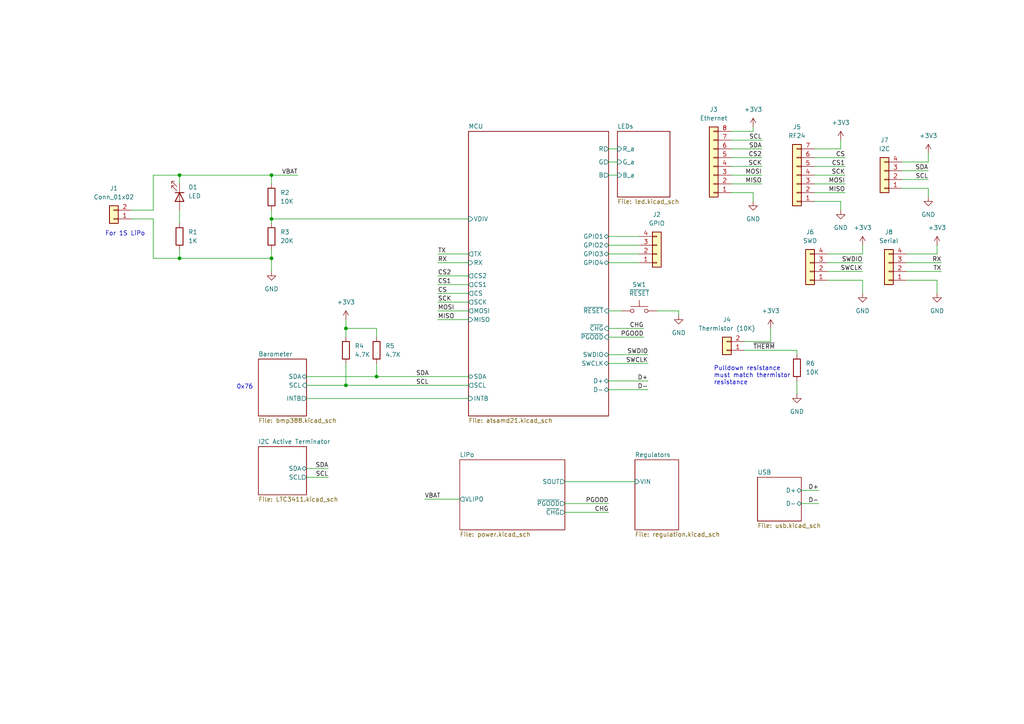
<source format=kicad_sch>
(kicad_sch (version 20211123) (generator eeschema)
  (paper "A4")
  (lib_symbols
    (symbol "Conn_01x02_1" (pin_names (offset 1.016) hide)
      (property "Reference" "J1" (at 0 -8.89 0))
      (property "Value" "Conn_01x02" (at 0 -6.35 0))
      (symbol "Conn_01x02_1_1_1"
        (rectangle (start -1.27 -2.413) (end 0 -2.667) (stroke (width 0.1524)))
        (rectangle (start -1.27 0.127) (end 0 -0.127) (stroke (width 0.1524)))
        (rectangle (start -1.27 1.27) (end 1.27 -3.81) (stroke (width 0.254)) (fill (type background)))
        (pin unspecified line (at -5.08 0 0) (length 3.81) (name "Pin_1") (number "1"))
        (pin unspecified line (at -5.08 -2.54 0) (length 3.81) (name "Pin_2") (number "2"))
      )
    )
    (symbol "Connector_Generic:Conn_01x02" (pin_names (offset 1.016) hide)
      (property "Reference" "J" (at 0 2.54 0))
      (property "Value" "Conn_01x02" (at 0 -5.08 0))
      (symbol "Conn_01x02_1_1"
        (rectangle (start -1.27 -2.413) (end 0 -2.667) (stroke (width 0.1524)))
        (rectangle (start -1.27 0.127) (end 0 -0.127) (stroke (width 0.1524)))
        (rectangle (start -1.27 1.27) (end 1.27 -3.81) (stroke (width 0.254)) (fill (type background)))
        (pin passive line (at -5.08 0 0) (length 3.81) (name "Pin_1") (number "1"))
        (pin passive line (at -5.08 -2.54 0) (length 3.81) (name "Pin_2") (number "2"))
      )
    )
    (symbol "Connector_Generic:Conn_01x04" (pin_names (offset 1.016) hide)
      (property "Reference" "J" (at 0 5.08 0))
      (property "Value" "Conn_01x04" (at 0 -7.62 0))
      (symbol "Conn_01x04_1_1"
        (rectangle (start -1.27 -4.953) (end 0 -5.207) (stroke (width 0.1524)))
        (rectangle (start -1.27 -2.413) (end 0 -2.667) (stroke (width 0.1524)))
        (rectangle (start -1.27 0.127) (end 0 -0.127) (stroke (width 0.1524)))
        (rectangle (start -1.27 2.667) (end 0 2.413) (stroke (width 0.1524)))
        (rectangle (start -1.27 3.81) (end 1.27 -6.35) (stroke (width 0.254)) (fill (type background)))
        (pin passive line (at -5.08 2.54 0) (length 3.81) (name "Pin_1") (number "1"))
        (pin passive line (at -5.08 0 0) (length 3.81) (name "Pin_2") (number "2"))
        (pin passive line (at -5.08 -2.54 0) (length 3.81) (name "Pin_3") (number "3"))
        (pin passive line (at -5.08 -5.08 0) (length 3.81) (name "Pin_4") (number "4"))
      )
    )
    (symbol "Connector_Generic:Conn_01x07" (pin_names (offset 1.016) hide)
      (property "Reference" "J" (at 0 10.16 0))
      (property "Value" "Conn_01x07" (at 0 -10.16 0))
      (symbol "Conn_01x07_1_1"
        (rectangle (start -1.27 -7.493) (end 0 -7.747) (stroke (width 0.1524)))
        (rectangle (start -1.27 -4.953) (end 0 -5.207) (stroke (width 0.1524)))
        (rectangle (start -1.27 -2.413) (end 0 -2.667) (stroke (width 0.1524)))
        (rectangle (start -1.27 0.127) (end 0 -0.127) (stroke (width 0.1524)))
        (rectangle (start -1.27 2.667) (end 0 2.413) (stroke (width 0.1524)))
        (rectangle (start -1.27 5.207) (end 0 4.953) (stroke (width 0.1524)))
        (rectangle (start -1.27 7.747) (end 0 7.493) (stroke (width 0.1524)))
        (rectangle (start -1.27 8.89) (end 1.27 -8.89) (stroke (width 0.254)) (fill (type background)))
        (pin passive line (at -5.08 7.62 0) (length 3.81) (name "Pin_1") (number "1"))
        (pin passive line (at -5.08 5.08 0) (length 3.81) (name "Pin_2") (number "2"))
        (pin passive line (at -5.08 2.54 0) (length 3.81) (name "Pin_3") (number "3"))
        (pin passive line (at -5.08 0 0) (length 3.81) (name "Pin_4") (number "4"))
        (pin passive line (at -5.08 -2.54 0) (length 3.81) (name "Pin_5") (number "5"))
        (pin passive line (at -5.08 -5.08 0) (length 3.81) (name "Pin_6") (number "6"))
        (pin passive line (at -5.08 -7.62 0) (length 3.81) (name "Pin_7") (number "7"))
      )
    )
    (symbol "Connector_Generic:Conn_01x08" (pin_names (offset 1.016) hide)
      (property "Reference" "J" (at 0 10.16 0))
      (property "Value" "Conn_01x08" (at 0 -12.7 0))
      (symbol "Conn_01x08_1_1"
        (rectangle (start -1.27 -10.033) (end 0 -10.287) (stroke (width 0.1524)))
        (rectangle (start -1.27 -7.493) (end 0 -7.747) (stroke (width 0.1524)))
        (rectangle (start -1.27 -4.953) (end 0 -5.207) (stroke (width 0.1524)))
        (rectangle (start -1.27 -2.413) (end 0 -2.667) (stroke (width 0.1524)))
        (rectangle (start -1.27 0.127) (end 0 -0.127) (stroke (width 0.1524)))
        (rectangle (start -1.27 2.667) (end 0 2.413) (stroke (width 0.1524)))
        (rectangle (start -1.27 5.207) (end 0 4.953) (stroke (width 0.1524)))
        (rectangle (start -1.27 7.747) (end 0 7.493) (stroke (width 0.1524)))
        (rectangle (start -1.27 8.89) (end 1.27 -11.43) (stroke (width 0.254)) (fill (type background)))
        (pin passive line (at -5.08 7.62 0) (length 3.81) (name "Pin_1") (number "1"))
        (pin passive line (at -5.08 5.08 0) (length 3.81) (name "Pin_2") (number "2"))
        (pin passive line (at -5.08 2.54 0) (length 3.81) (name "Pin_3") (number "3"))
        (pin passive line (at -5.08 0 0) (length 3.81) (name "Pin_4") (number "4"))
        (pin passive line (at -5.08 -2.54 0) (length 3.81) (name "Pin_5") (number "5"))
        (pin passive line (at -5.08 -5.08 0) (length 3.81) (name "Pin_6") (number "6"))
        (pin passive line (at -5.08 -7.62 0) (length 3.81) (name "Pin_7") (number "7"))
        (pin passive line (at -5.08 -10.16 0) (length 3.81) (name "Pin_8") (number "8"))
      )
    )
    (symbol "Device:LED" (pin_numbers hide) (pin_names (offset 1.016) hide)
      (property "Reference" "D" (at 0 2.54 0))
      (property "Value" "LED" (at 0 -2.54 0))
      (symbol "LED_0_1"
        (polyline (pts (xy -1.27 -1.27) (xy -1.27 1.27)) (stroke (width 0.254)))
        (polyline (pts (xy -1.27 0) (xy 1.27 0)))
        (polyline (pts (xy 1.27 -1.27) (xy 1.27 1.27) (xy -1.27 0) (xy 1.27 -1.27)) (stroke (width 0.254)))
        (polyline (pts (xy -3.048 -0.762) (xy -4.572 -2.286) (xy -3.81 -2.286) (xy -4.572 -2.286) (xy -4.572 -1.524)))
        (polyline (pts (xy -1.778 -0.762) (xy -3.302 -2.286) (xy -2.54 -2.286) (xy -3.302 -2.286) (xy -3.302 -1.524)))
      )
      (symbol "LED_1_1"
        (pin passive line (at -3.81 0 0) (length 2.54) (name "K") (number "1"))
        (pin passive line (at 3.81 0 180) (length 2.54) (name "A") (number "2"))
      )
    )
    (symbol "Device:R" (pin_numbers hide) (pin_names (offset 0))
      (property "Reference" "R" (at 2.032 0 90))
      (property "Value" "R" (at 0 0 90))
      (symbol "R_0_1"
        (rectangle (start -1.016 -2.54) (end 1.016 2.54) (stroke (width 0.254)))
      )
      (symbol "R_1_1"
        (pin passive line (at 0 3.81 270) (length 1.27) (name "~") (number "1"))
        (pin passive line (at 0 -3.81 90) (length 1.27) (name "~") (number "2"))
      )
    )
    (symbol "Switch:SW_Push" (pin_numbers hide) (pin_names (offset 1.016) hide)
      (property "Reference" "SW" (at 1.27 2.54 0))
      (property "Value" "SW_Push" (at 0 -1.524 0))
      (symbol "SW_Push_0_1"
        (circle (center -2.032 0) (radius 0.508))
        (polyline (pts (xy 0 1.27) (xy 0 3.048)))
        (polyline (pts (xy 2.54 1.27) (xy -2.54 1.27)))
        (circle (center 2.032 0) (radius 0.508))
        (pin passive line (at -5.08 0 0) (length 2.54) (name "1") (number "1"))
        (pin passive line (at 5.08 0 180) (length 2.54) (name "2") (number "2"))
      )
    )
    (symbol "power:+3.3V" (power) (pin_names (offset 0))
      (property "Value" "+3.3V" (at 0 3.556 0))
      (symbol "+3.3V_0_1"
        (polyline (pts (xy -0.762 1.27) (xy 0 2.54)))
        (polyline (pts (xy 0 0) (xy 0 2.54)))
        (polyline (pts (xy 0 2.54) (xy 0.762 1.27)))
      )
      (symbol "+3.3V_1_1"
        (pin power_in line (at 0 0 90) (length 0) hide (name "+3V3") (number "1"))
      )
    )
    (symbol "power:GND" (power) (pin_names (offset 0))
      (property "Value" "GND" (at 0 -3.81 0))
      (symbol "GND_0_1"
        (polyline (pts (xy 0 0) (xy 0 -1.27) (xy 1.27 -1.27) (xy 0 -2.54) (xy -1.27 -1.27) (xy 0 -1.27)))
      )
      (symbol "GND_1_1"
        (pin power_in line (at 0 0 270) (length 0) hide (name "GND") (number "1"))
      )
    )
  )
  (junction (at 100.33 95.25))
  (junction (at 78.74 63.5))
  (junction (at 109.22 109.22))
  (junction (at 52.07 74.93))
  (junction (at 100.33 111.76))
  (junction (at 78.74 50.8))
  (junction (at 78.74 74.93))
  (junction (at 52.07 50.8))
  (wire (pts (xy 176.53 110.49) (xy 187.96 110.49)))
  (wire (pts (xy 176.53 73.66) (xy 185.42 73.66)))
  (wire (pts (xy 88.9 135.89) (xy 95.25 135.89)))
  (wire (pts (xy 127 80.01) (xy 135.89 80.01)))
  (wire (pts (xy 190.5 90.17) (xy 196.85 90.17)))
  (wire (pts (xy 88.9 109.22) (xy 109.22 109.22)))
  (wire (pts (xy 52.07 60.96) (xy 52.07 64.77)))
  (wire (pts (xy 231.14 110.49) (xy 231.14 114.3)))
  (wire (pts (xy 269.24 46.99) (xy 261.62 46.99)))
  (wire (pts (xy 100.33 92.71) (xy 100.33 95.25)))
  (wire (pts (xy 176.53 97.79) (xy 186.69 97.79)))
  (wire (pts (xy 250.19 71.12) (xy 250.19 73.66)))
  (wire (pts (xy 109.22 105.41) (xy 109.22 109.22)))
  (wire (pts (xy 127 92.71) (xy 135.89 92.71)))
  (wire (pts (xy 127 90.17) (xy 135.89 90.17)))
  (wire (pts (xy 212.09 45.72) (xy 220.98 45.72)))
  (wire (pts (xy 243.84 60.96) (xy 243.84 58.42)))
  (wire (pts (xy 261.62 52.07) (xy 269.24 52.07)))
  (wire (pts (xy 78.74 50.8) (xy 78.74 53.34)))
  (wire (pts (xy 127 85.09) (xy 135.89 85.09)))
  (wire (pts (xy 52.07 72.39) (xy 52.07 74.93)))
  (wire (pts (xy 78.74 63.5) (xy 135.89 63.5)))
  (wire (pts (xy 236.22 55.88) (xy 245.11 55.88)))
  (wire (pts (xy 176.53 113.03) (xy 187.96 113.03)))
  (wire (pts (xy 212.09 53.34) (xy 220.98 53.34)))
  (wire (pts (xy 109.22 97.79) (xy 109.22 95.25)))
  (wire (pts (xy 176.53 95.25) (xy 186.69 95.25)))
  (wire (pts (xy 223.52 95.25) (xy 223.52 99.06)))
  (wire (pts (xy 243.84 43.18) (xy 236.22 43.18)))
  (wire (pts (xy 262.89 76.2) (xy 273.05 76.2)))
  (wire (pts (xy 88.9 115.57) (xy 135.89 115.57)))
  (wire (pts (xy 78.74 63.5) (xy 78.74 64.77)))
  (wire (pts (xy 38.1 63.5) (xy 44.45 63.5)))
  (wire (pts (xy 100.33 111.76) (xy 135.89 111.76)))
  (wire (pts (xy 271.78 85.09) (xy 271.78 81.28)))
  (wire (pts (xy 176.53 76.2) (xy 185.42 76.2)))
  (wire (pts (xy 212.09 50.8) (xy 220.98 50.8)))
  (wire (pts (xy 127 87.63) (xy 135.89 87.63)))
  (wire (pts (xy 215.9 101.6) (xy 231.14 101.6)))
  (wire (pts (xy 127 82.55) (xy 135.89 82.55)))
  (wire (pts (xy 243.84 40.64) (xy 243.84 43.18)))
  (wire (pts (xy 88.9 138.43) (xy 95.25 138.43)))
  (wire (pts (xy 262.89 78.74) (xy 273.05 78.74)))
  (wire (pts (xy 236.22 48.26) (xy 245.11 48.26)))
  (wire (pts (xy 236.22 50.8) (xy 245.11 50.8)))
  (wire (pts (xy 176.53 46.99) (xy 179.07 46.99)))
  (wire (pts (xy 212.09 48.26) (xy 220.98 48.26)))
  (wire (pts (xy 243.84 58.42) (xy 236.22 58.42)))
  (wire (pts (xy 163.83 139.7) (xy 184.15 139.7)))
  (wire (pts (xy 176.53 105.41) (xy 187.96 105.41)))
  (wire (pts (xy 218.44 55.88) (xy 212.09 55.88)))
  (wire (pts (xy 176.53 50.8) (xy 179.07 50.8)))
  (wire (pts (xy 127 76.2) (xy 135.89 76.2)))
  (wire (pts (xy 269.24 44.45) (xy 269.24 46.99)))
  (wire (pts (xy 100.33 105.41) (xy 100.33 111.76)))
  (wire (pts (xy 271.78 81.28) (xy 262.89 81.28)))
  (wire (pts (xy 100.33 95.25) (xy 109.22 95.25)))
  (wire (pts (xy 240.03 81.28) (xy 250.19 81.28)))
  (wire (pts (xy 269.24 57.15) (xy 269.24 54.61)))
  (wire (pts (xy 78.74 72.39) (xy 78.74 74.93)))
  (wire (pts (xy 223.52 99.06) (xy 215.9 99.06)))
  (wire (pts (xy 271.78 71.12) (xy 271.78 73.66)))
  (wire (pts (xy 44.45 74.93) (xy 52.07 74.93)))
  (wire (pts (xy 212.09 40.64) (xy 220.98 40.64)))
  (wire (pts (xy 236.22 53.34) (xy 245.11 53.34)))
  (wire (pts (xy 100.33 95.25) (xy 100.33 97.79)))
  (wire (pts (xy 231.14 102.87) (xy 231.14 101.6)))
  (wire (pts (xy 250.19 81.28) (xy 250.19 85.09)))
  (wire (pts (xy 78.74 50.8) (xy 86.36 50.8)))
  (wire (pts (xy 44.45 50.8) (xy 52.07 50.8)))
  (wire (pts (xy 250.19 73.66) (xy 240.03 73.66)))
  (wire (pts (xy 240.03 76.2) (xy 250.19 76.2)))
  (wire (pts (xy 176.53 68.58) (xy 185.42 68.58)))
  (wire (pts (xy 236.22 45.72) (xy 245.11 45.72)))
  (wire (pts (xy 176.53 102.87) (xy 187.96 102.87)))
  (wire (pts (xy 127 73.66) (xy 135.89 73.66)))
  (wire (pts (xy 163.83 146.05) (xy 176.53 146.05)))
  (wire (pts (xy 232.41 142.24) (xy 237.49 142.24)))
  (wire (pts (xy 232.41 146.05) (xy 237.49 146.05)))
  (wire (pts (xy 38.1 60.96) (xy 44.45 60.96)))
  (wire (pts (xy 44.45 63.5) (xy 44.45 74.93)))
  (wire (pts (xy 176.53 71.12) (xy 185.42 71.12)))
  (wire (pts (xy 78.74 74.93) (xy 78.74 78.74)))
  (wire (pts (xy 88.9 111.76) (xy 100.33 111.76)))
  (wire (pts (xy 163.83 148.59) (xy 176.53 148.59)))
  (wire (pts (xy 52.07 50.8) (xy 52.07 53.34)))
  (wire (pts (xy 212.09 43.18) (xy 220.98 43.18)))
  (wire (pts (xy 78.74 60.96) (xy 78.74 63.5)))
  (wire (pts (xy 109.22 109.22) (xy 135.89 109.22)))
  (wire (pts (xy 240.03 78.74) (xy 250.19 78.74)))
  (wire (pts (xy 218.44 38.1) (xy 212.09 38.1)))
  (wire (pts (xy 123.19 144.78) (xy 133.35 144.78)))
  (wire (pts (xy 52.07 74.93) (xy 78.74 74.93)))
  (wire (pts (xy 271.78 73.66) (xy 262.89 73.66)))
  (wire (pts (xy 218.44 36.83) (xy 218.44 38.1)))
  (wire (pts (xy 44.45 60.96) (xy 44.45 50.8)))
  (wire (pts (xy 261.62 49.53) (xy 269.24 49.53)))
  (wire (pts (xy 52.07 50.8) (xy 78.74 50.8)))
  (wire (pts (xy 196.85 91.44) (xy 196.85 90.17)))
  (wire (pts (xy 176.53 43.18) (xy 179.07 43.18)))
  (wire (pts (xy 269.24 54.61) (xy 261.62 54.61)))
  (wire (pts (xy 176.53 90.17) (xy 180.34 90.17)))
  (wire (pts (xy 218.44 58.42) (xy 218.44 55.88)))
  (text "For 1S LiPo" (at 30.48 68.58 0) (effects (font (size 1.27 1.27)) (justify left bottom)))
  (text "Pulldown resistance\nmust match thermistor\nresistance" (at 207.01 111.76 0) (effects (font (size 1.27 1.27)) (justify left bottom)))
  (text "0x76" (at 68.58 113.03 0) (effects (font (size 1.27 1.27)) (justify left bottom)))
  (label "CS" (at 245.11 45.72 180))
  (label "SCL" (at 120.65 111.76 0))
  (label "MOSI" (at 127 90.17 0))
  (label "D+" (at 237.49 142.24 180))
  (label "PGOOD" (at 176.53 146.05 180))
  (label "VBAT" (at 86.36 50.8 180))
  (label "D+" (at 187.96 110.49 180))
  (label "CS" (at 127 85.09 0))
  (label "SCL" (at 220.98 40.64 180))
  (label "MOSI" (at 245.11 53.34 180))
  (label "MOSI" (at 220.98 50.8 180))
  (label "CHG" (at 176.53 148.59 180))
  (label "SCL" (at 269.24 52.07 180))
  (label "SDA" (at 269.24 49.53 180))
  (label "SDA" (at 95.25 135.89 180))
  (label "D-" (at 237.49 146.05 180))
  (label "VBAT" (at 123.19 144.78 0))
  (label "SWDIO" (at 187.96 102.87 180))
  (label "CS2" (at 220.98 45.72 180))
  (label "~{THERM}" (at 224.79 101.6 180))
  (label "SDA" (at 120.65 109.22 0))
  (label "RX" (at 273.05 76.2 180))
  (label "SWDIO" (at 250.19 76.2 180))
  (label "CS1" (at 127 82.55 0))
  (label "SDA" (at 220.98 43.18 180))
  (label "MISO" (at 127 92.71 0))
  (label "CS1" (at 245.11 48.26 180))
  (label "SCL" (at 95.25 138.43 180))
  (label "SCK" (at 245.11 50.8 180))
  (label "TX" (at 273.05 78.74 180))
  (label "PGOOD" (at 186.69 97.79 180))
  (label "SCK" (at 220.98 48.26 180))
  (label "SCK" (at 127 87.63 0))
  (label "CS2" (at 127 80.01 0))
  (label "CHG" (at 186.69 95.25 180))
  (label "SWCLK" (at 187.96 105.41 180))
  (label "RX" (at 127 76.2 0))
  (label "MISO" (at 220.98 53.34 180))
  (label "SWCLK" (at 250.19 78.74 180))
  (label "TX" (at 127 73.66 0))
  (label "D-" (at 187.96 113.03 180))
  (label "MISO" (at 245.11 55.88 180))
  (symbol (lib_id "Device:R") (at 78.74 68.58 0) (unit 1)
    (property "Reference" "R3" (at 81.28 67.3099 0) (effects (justify left)))
    (property "Value" "20K" (at 81.28 69.8499 0) (effects (justify left)))
  )
  (symbol (lib_id "power:+3.3V") (at 271.78 71.12 0) (unit 1)
    (property "Reference" "#PWR0108" (effects hide))
    (property "Value" "+3.3V" (at 271.78 66.04 0))
  )
  (symbol (lib_id "Connector_Generic:Conn_01x08") (at 207.01 48.26 180) (unit 1)
    (property "Reference" "J3" (at 207.01 31.75 0))
    (property "Value" "Ethernet" (at 207.01 34.29 0))
  )
  (symbol (lib_id "power:GND") (at 250.19 85.09 0) (unit 1)
    (property "Reference" "#PWR0110" (effects hide))
    (property "Value" "GND" (at 250.19 90.17 0))
  )
  (symbol (lib_id "power:+3.3V") (at 100.33 92.71 0) (unit 1)
    (property "Reference" "#PWR0102" (effects hide))
    (property "Value" "+3.3V" (at 100.33 87.63 0))
  )
  (symbol (lib_id "Connector_Generic:Conn_01x07") (at 231.14 50.8 180) (unit 1)
    (property "Reference" "J5" (at 231.14 36.83 0))
    (property "Value" "RF24" (at 231.14 39.37 0))
  )
  (symbol (lib_id "power:GND") (at 269.24 57.15 0) (unit 1)
    (property "Reference" "#PWR0107" (effects hide))
    (property "Value" "GND" (at 269.24 62.23 0))
  )
  (symbol (lib_id "power:GND") (at 78.74 78.74 0) (unit 1)
    (property "Reference" "#PWR0101" (effects hide))
    (property "Value" "GND" (at 78.74 83.82 0))
  )
  (symbol (lib_id "Device:R") (at 52.07 68.58 0) (unit 1)
    (property "Reference" "R1" (at 54.61 67.3099 0) (effects (justify left)))
    (property "Value" "1K" (at 54.61 69.8499 0) (effects (justify left)))
  )
  (symbol (lib_id "Connector_Generic:Conn_01x04") (at 256.54 52.07 180) (unit 1)
    (property "Reference" "J7" (at 256.54 40.64 0))
    (property "Value" "I2C" (at 256.54 43.18 0))
  )
  (symbol (lib_id "Device:R") (at 109.22 101.6 0) (unit 1)
    (property "Reference" "R5" (at 111.76 100.3299 0) (effects (justify left)))
    (property "Value" "4.7K" (at 111.76 102.8699 0) (effects (justify left)))
  )
  (symbol (lib_id "Device:LED") (at 52.07 57.15 270) (unit 1)
    (property "Reference" "D1" (at 54.61 54.2924 90) (effects (justify left)))
    (property "Value" "LED" (at 54.61 56.8324 90) (effects (justify left)))
  )
  (symbol (lib_id "Connector_Generic:Conn_01x04") (at 257.81 78.74 180) (unit 1)
    (property "Reference" "J8" (at 257.81 67.31 0))
    (property "Value" "Serial" (at 257.81 69.85 0))
  )
  (symbol (lib_name "Conn_01x02_1") (lib_id "Connector_Generic:Conn_01x02") (at 33.02 63.5 180) (unit 1)
    (property "Reference" "J1" (at 33.02 54.61 0))
    (property "Value" "Conn_01x02" (at 33.02 57.15 0))
  )
  (symbol (lib_id "power:GND") (at 271.78 85.09 0) (unit 1)
    (property "Reference" "#PWR0109" (effects hide))
    (property "Value" "GND" (at 271.78 90.17 0))
  )
  (symbol (lib_id "power:+3.3V") (at 218.44 36.83 0) (unit 1)
    (property "Reference" "#PWR0114" (effects hide))
    (property "Value" "+3.3V" (at 218.44 31.75 0))
  )
  (symbol (lib_id "power:+3.3V") (at 243.84 40.64 0) (unit 1)
    (property "Reference" "#PWR0113" (effects hide))
    (property "Value" "+3.3V" (at 243.84 35.56 0))
  )
  (symbol (lib_id "power:GND") (at 218.44 58.42 0) (unit 1)
    (property "Reference" "#PWR0115" (effects hide))
    (property "Value" "GND" (at 218.44 63.5 0))
  )
  (symbol (lib_id "power:+3.3V") (at 269.24 44.45 0) (unit 1)
    (property "Reference" "#PWR0106" (effects hide))
    (property "Value" "+3.3V" (at 269.24 39.37 0))
  )
  (symbol (lib_id "Connector_Generic:Conn_01x04") (at 234.95 78.74 180) (unit 1)
    (property "Reference" "J6" (at 234.95 67.31 0))
    (property "Value" "SWD" (at 234.95 69.85 0))
  )
  (symbol (lib_id "power:+3.3V") (at 250.19 71.12 0) (unit 1)
    (property "Reference" "#PWR0112" (effects hide))
    (property "Value" "+3.3V" (at 250.19 66.04 0))
  )
  (symbol (lib_id "power:GND") (at 231.14 114.3 0) (unit 1)
    (property "Reference" "#PWR0103" (effects hide))
    (property "Value" "GND" (at 231.14 119.38 0))
  )
  (symbol (lib_id "Connector_Generic:Conn_01x04") (at 190.5 73.66 0) (mirror x) (unit 1)
    (property "Reference" "J2" (at 190.5 62.23 0))
    (property "Value" "GPIO" (at 190.5 64.77 0))
  )
  (symbol (lib_id "Device:R") (at 231.14 106.68 0) (unit 1)
    (property "Reference" "R6" (at 233.68 105.4099 0) (effects (justify left)))
    (property "Value" "10K" (at 233.68 107.9499 0) (effects (justify left)))
  )
  (symbol (lib_id "power:+3.3V") (at 223.52 95.25 0) (unit 1)
    (property "Reference" "#PWR0105" (effects hide))
    (property "Value" "+3.3V" (at 223.52 90.17 0))
  )
  (symbol (lib_id "power:GND") (at 243.84 60.96 0) (unit 1)
    (property "Reference" "#PWR0111" (effects hide))
    (property "Value" "GND" (at 243.84 66.04 0))
  )
  (symbol (lib_id "power:GND") (at 196.85 91.44 0) (unit 1)
    (property "Reference" "#PWR0104" (effects hide))
    (property "Value" "GND" (at 196.85 96.52 0))
  )
  (symbol (lib_id "Device:R") (at 100.33 101.6 180) (unit 1)
    (property "Reference" "R4" (at 102.87 100.3299 0) (effects (justify right)))
    (property "Value" "4.7K" (at 102.87 102.8699 0) (effects (justify right)))
  )
  (symbol (lib_id "Switch:SW_Push") (at 185.42 90.17 0) (unit 1)
    (property "Reference" "SW1" (at 185.42 82.55 0))
    (property "Value" "~{RESET}" (at 185.42 85.09 0))
  )
  (symbol (lib_id "Connector_Generic:Conn_01x02") (at 210.82 101.6 180) (unit 1)
    (property "Reference" "J4" (at 210.82 92.71 0))
    (property "Value" "Thermistor (10K)" (at 210.82 95.25 0))
  )
  (symbol (lib_id "Device:R") (at 78.74 57.15 0) (unit 1)
    (property "Reference" "R2" (at 81.28 55.8799 0) (effects (justify left)))
    (property "Value" "10K" (at 81.28 58.4199 0) (effects (justify left)))
  )
  (sheet (at 135.89 38.1) (size 40.64 82.55) (stroke (width 0.1524))
    (property "Sheet name" "MCU" (at 135.89 37.3884 0) (effects (justify left bottom)))
    (property "Sheet file" "atsamd21.kicad_sch" (at 135.89 121.2346 0) (effects (justify left top)))
    (pin "~{RESET}" input (at 176.53 90.17 0))
    (pin "D-" bidirectional (at 176.53 113.03 0))
    (pin "SDA" bidirectional (at 135.89 109.22 180))
    (pin "SCL" output (at 135.89 111.76 180))
    (pin "SCK" output (at 135.89 87.63 180))
    (pin "MOSI" output (at 135.89 90.17 180))
    (pin "MISO" input (at 135.89 92.71 180))
    (pin "D+" bidirectional (at 176.53 110.49 0))
    (pin "SWCLK" bidirectional (at 176.53 105.41 0))
    (pin "SWDIO" bidirectional (at 176.53 102.87 0))
    (pin "INTB" input (at 135.89 115.57 180))
    (pin "~{PGOOD}" input (at 176.53 97.79 0))
    (pin "~{CHG}" input (at 176.53 95.25 0))
    (pin "VDIV" input (at 135.89 63.5 180))
    (pin "R" output (at 176.53 43.18 0))
    (pin "G" output (at 176.53 46.99 0))
    (pin "B" output (at 176.53 50.8 0))
    (pin "CS" output (at 135.89 85.09 180))
    (pin "RX" input (at 135.89 76.2 180))
    (pin "TX" output (at 135.89 73.66 180))
    (pin "CS1" output (at 135.89 82.55 180))
    (pin "CS2" output (at 135.89 80.01 180))
    (pin "GPIO1" bidirectional (at 176.53 68.58 0))
    (pin "GPIO2" bidirectional (at 176.53 71.12 0))
    (pin "GPIO3" bidirectional (at 176.53 73.66 0))
    (pin "GPIO4" bidirectional (at 176.53 76.2 0))
  )
  (sheet (at 74.93 129.54) (size 13.97 13.97) (stroke (width 0.1524))
    (property "Sheet name" "I2C Active Terminator" (at 74.93 128.8284 0) (effects (justify left bottom)))
    (property "Sheet file" "LTC3411.kicad_sch" (at 74.93 144.0946 0) (effects (justify left top)))
    (pin "SDA" bidirectional (at 88.9 135.89 0))
    (pin "SCL" output (at 88.9 138.43 0))
  )
  (sheet (at 184.15 133.35) (size 12.7 20.32) (stroke (width 0.1524))
    (property "Sheet name" "Regulators" (at 184.15 132.6384 0) (effects (justify left bottom)))
    (property "Sheet file" "regulation.kicad_sch" (at 184.15 154.2546 0) (effects (justify left top)))
    (pin "VIN" input (at 184.15 139.7 180))
  )
  (sheet (at 179.07 38.1) (size 15.24 19.05) (stroke (width 0.1524))
    (property "Sheet name" "LEDs" (at 179.07 37.3884 0) (effects (justify left bottom)))
    (property "Sheet file" "led.kicad_sch" (at 179.07 57.7346 0) (effects (justify left top)))
    (pin "G_a" input (at 179.07 46.99 180))
    (pin "R_a" input (at 179.07 43.18 180))
    (pin "B_a" input (at 179.07 50.8 180))
  )
  (sheet (at 74.93 104.14) (size 13.97 16.51) (stroke (width 0.1524))
    (property "Sheet name" "Barometer" (at 74.93 103.4284 0) (effects (justify left bottom)))
    (property "Sheet file" "bmp388.kicad_sch" (at 74.93 121.2346 0) (effects (justify left top)))
    (pin "SDA" bidirectional (at 88.9 109.22 0))
    (pin "SCL" input (at 88.9 111.76 0))
    (pin "INTB" output (at 88.9 115.57 0))
  )
  (sheet (at 219.71 138.43) (size 12.7 12.7) (stroke (width 0.1524))
    (property "Sheet name" "USB" (at 219.71 137.7184 0) (effects (justify left bottom)))
    (property "Sheet file" "usb.kicad_sch" (at 219.71 151.7146 0) (effects (justify left top)))
    (pin "D+" bidirectional (at 232.41 142.24 0))
    (pin "D-" bidirectional (at 232.41 146.05 0))
  )
  (sheet (at 133.35 133.35) (size 30.48 20.32) (stroke (width 0.1524))
    (property "Sheet name" "LiPo" (at 133.35 132.6384 0) (effects (justify left bottom)))
    (property "Sheet file" "power.kicad_sch" (at 133.35 154.2546 0) (effects (justify left top)))
    (pin "VLIPO" output (at 133.35 144.78 180))
    (pin "SOUT" output (at 163.83 139.7 0))
    (pin "~{PGOOD}" output (at 163.83 146.05 0))
    (pin "~{CHG}" output (at 163.83 148.59 0))
  )
)
</source>
